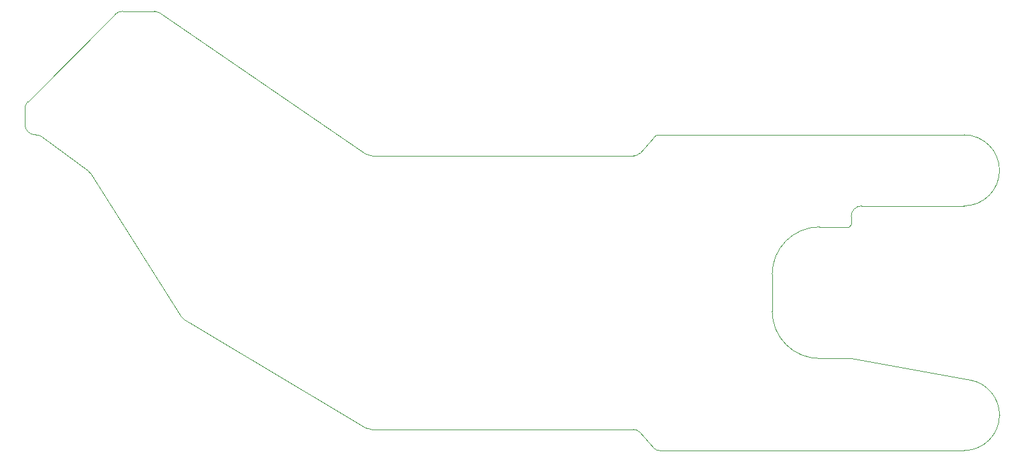
<source format=gbr>
G04 #@! TF.GenerationSoftware,KiCad,Pcbnew,(5.1.5)-3*
G04 #@! TF.CreationDate,2020-08-03T18:05:54+02:00*
G04 #@! TF.ProjectId,MK7 Gripper,4d4b3720-4772-4697-9070-65722e6b6963,rev?*
G04 #@! TF.SameCoordinates,Original*
G04 #@! TF.FileFunction,Profile,NP*
%FSLAX46Y46*%
G04 Gerber Fmt 4.6, Leading zero omitted, Abs format (unit mm)*
G04 Created by KiCad (PCBNEW (5.1.5)-3) date 2020-08-03 18:05:54*
%MOMM*%
%LPD*%
G04 APERTURE LIST*
%ADD10C,0.122499*%
G04 APERTURE END LIST*
D10*
X95027072Y-90886239D02*
X67743701Y-72128921D01*
X149005386Y-106882580D02*
X149005386Y-111782580D01*
X133249204Y-88686829D02*
X131398800Y-90778331D01*
X159155386Y-100582580D02*
X155305386Y-100582580D01*
X101755386Y-127532580D02*
X101020388Y-127532580D01*
X58426113Y-93455020D02*
X70450652Y-112461548D01*
X66950561Y-71882580D02*
X62715285Y-71882580D01*
X155305386Y-118082580D02*
X159505386Y-118082580D01*
X101755386Y-91132580D02*
X130612396Y-91132580D01*
X160905386Y-97782580D02*
X174485386Y-97782580D01*
X52005780Y-88605502D02*
X58073482Y-93076440D01*
X159155386Y-100582580D02*
X159505386Y-100232580D01*
X49710386Y-84887479D02*
X49710386Y-86932580D01*
X51110386Y-88332580D02*
X51175302Y-88332580D01*
X101755386Y-127532580D02*
X130612396Y-127532580D01*
X101020388Y-91132580D02*
X101755386Y-91132580D01*
X95771711Y-127532580D02*
X101020388Y-127532580D01*
X95820212Y-91132580D02*
X101020388Y-91132580D01*
X134035608Y-130332580D02*
X174485386Y-130332580D01*
X131398800Y-127886829D02*
X133249204Y-129978331D01*
X179210386Y-125607580D02*
X179210386Y-125605487D01*
X174485386Y-88332580D02*
X134035608Y-88332580D01*
X70915785Y-112914927D02*
X95053733Y-127334457D01*
X159505386Y-99182580D02*
X159505386Y-100232580D01*
X61725336Y-72292631D02*
X50120437Y-83897530D01*
X175329712Y-120956536D02*
X159505386Y-118082580D01*
X66950561Y-71882581D02*
G75*
G02X67743701Y-72128922I0J-1399999D01*
G01*
X175329711Y-120956537D02*
G75*
G02X179210386Y-125605487I-844325J-4648950D01*
G01*
X174485386Y-88332580D02*
G75*
G02X174485386Y-97782580I0J-4725000D01*
G01*
X134035608Y-130332580D02*
G75*
G02X133249204Y-129978331I0J1050000D01*
G01*
X133249204Y-88686829D02*
G75*
G02X134035608Y-88332580I786404J-695751D01*
G01*
X61725336Y-72292631D02*
G75*
G02X62715285Y-71882580I989949J-989949D01*
G01*
X49710387Y-84887479D02*
G75*
G02X50120437Y-83897530I1399999J0D01*
G01*
X149005386Y-106882580D02*
G75*
G02X155305386Y-100582580I6300000J0D01*
G01*
X159505386Y-99182580D02*
G75*
G02X160905386Y-97782580I1400000J0D01*
G01*
X70915785Y-112914926D02*
G75*
G02X70450652Y-112461548I717977J1201876D01*
G01*
X51110386Y-88332580D02*
G75*
G02X49710386Y-86932580I0J1400000D01*
G01*
X95771710Y-127532580D02*
G75*
G02X95053733Y-127334457I1J1400000D01*
G01*
X155305386Y-118082580D02*
G75*
G02X149005386Y-111782580I0J6300000D01*
G01*
X58073482Y-93076440D02*
G75*
G02X58426114Y-93455020I-830479J-1127078D01*
G01*
X131398800Y-90778331D02*
G75*
G02X130612396Y-91132580I-786404J695751D01*
G01*
X51175302Y-88332581D02*
G75*
G02X52005780Y-88605502I0J-1399999D01*
G01*
X95820212Y-91132580D02*
G75*
G02X95027072Y-90886239I0J1400000D01*
G01*
X130612396Y-127532580D02*
G75*
G02X131398799Y-127886829I0J-1050000D01*
G01*
X179210386Y-125607580D02*
G75*
G02X174485386Y-130332580I-4725000J0D01*
G01*
M02*

</source>
